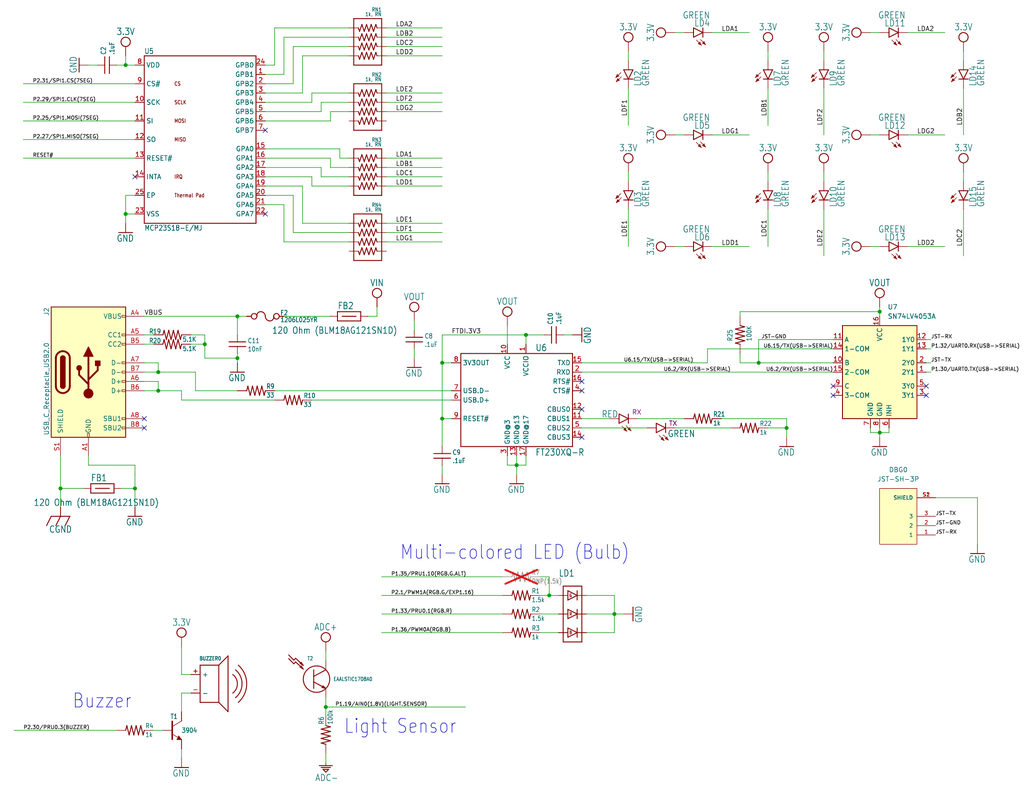
<source format=kicad_sch>
(kicad_sch (version 20250114) (generator "eeschema") (generator_version "9.0")
  (paper "A")
  (title_block (title "PocketBeagle TechLab") (rev "A5") (company "BeagleBoard.org Foundation"))
  (text "Multi-colored LED (Bulb)" (at 140.462 153.162 0) (effects (font (size 3.81 3.2385)) (justify bottom)))
  (text "Buzzer" (at 36.068 191.516 0) (effects (font (size 3.81 3.2385)) (justify right)))
  (text "Light Sensor" (at 109.22 200.66 0) (effects (font (size 3.81 3.2385)) (justify bottom)))
  (junction (at 43.18 101.6))
  (junction (at 167.64 167.64))
  (junction (at 140.97 127))
  (junction (at 149.86 162.56))
  (junction (at 34.29 17.78))
  (junction (at 55.88 93.98))
  (junction (at 214.63 116.84))
  (junction (at 88.9 193.04))
  (junction (at 120.65 114.3))
  (junction (at 43.18 106.68))
  (junction (at 120.65 99.06))
  (junction (at 240.03 85.09))
  (junction (at 16.51 133.35))
  (junction (at 207.01 99.06))
  (junction (at 34.29 58.42))
  (junction (at 64.77 86.36))
  (junction (at 240.03 118.11))
  (junction (at 143.51 91.44))
  (junction (at 36.83 133.35))
  (junction (at 64.77 97.79))
  (no_connect (at 36.83 48.26))
  (no_connect (at 72.39 58.42))
  (no_connect (at 252.73 105.41))
  (no_connect (at 39.37 114.3))
  (no_connect (at 72.39 35.56))
  (no_connect (at 39.37 116.84))
  (no_connect (at 158.75 106.68))
  (no_connect (at 252.73 107.95))
  (no_connect (at 227.33 107.95))
  (no_connect (at 158.75 111.76))
  (no_connect (at 227.33 105.41))
  (no_connect (at 158.75 119.38))
  (no_connect (at 158.75 104.14))
  (wire (pts (xy 262.89 13.97) (xy 262.89 16.51)) (stroke (width 0.1524)))
  (wire (pts (xy 88.9 193.04) (xy 88.9 195.58)) (stroke (width 0.1524)))
  (wire (pts (xy 22.86 133.35) (xy 16.51 133.35)))
  (wire (pts (xy 85.09 25.4) (xy 95.25 25.4)) (stroke (width 0.1524)))
  (wire (pts (xy 16.51 124.46) (xy 16.51 133.35)))
  (wire (pts (xy 72.39 33.02) (xy 90.17 33.02)) (stroke (width 0.1524)))
  (wire (pts (xy 85.09 50.8) (xy 95.25 50.8)) (stroke (width 0.1524)))
  (wire (pts (xy 90.17 43.18) (xy 90.17 45.72)) (stroke (width 0.1524)))
  (wire (pts (xy 105.41 63.5) (xy 120.65 63.5)) (stroke (width 0.1524)))
  (wire (pts (xy 105.41 30.48) (xy 120.65 30.48)) (stroke (width 0.1524)))
  (wire (pts (xy 72.39 20.32) (xy 77.47 20.32)) (stroke (width 0.1524)))
  (wire (pts (xy 34.29 15.24) (xy 34.29 17.78)) (stroke (width 0.1524)))
  (wire (pts (xy 171.45 46.99) (xy 171.45 49.53)) (stroke (width 0.1524)))
  (wire (pts (xy 209.55 67.31) (xy 209.55 57.15)) (stroke (width 0.1524)))
  (wire (pts (xy 41.91 91.44) (xy 39.37 91.44)))
  (wire (pts (xy 105.41 27.94) (xy 120.65 27.94)) (stroke (width 0.1524)))
  (wire (pts (xy 262.89 36.83) (xy 262.89 24.13)) (stroke (width 0.1524)))
  (wire (pts (xy 201.93 85.09) (xy 240.03 85.09)))
  (wire (pts (xy 140.97 127) (xy 138.43 127)) (stroke (width 0.1524)))
  (wire (pts (xy 167.64 162.56) (xy 160.02 162.56)) (stroke (width 0.1524)))
  (wire (pts (xy 72.39 43.18) (xy 90.17 43.18)) (stroke (width 0.1524)))
  (wire (pts (xy 147.32 172.72) (xy 152.4 172.72)) (stroke (width 0.1524)))
  (wire (pts (xy 36.83 127) (xy 36.83 129.54)))
  (wire (pts (xy 39.37 86.36) (xy 64.77 86.36)))
  (wire (pts (xy 143.51 91.44) (xy 148.59 91.44)) (stroke (width 0.1524)))
  (wire (pts (xy 72.39 30.48) (xy 87.63 30.48)) (stroke (width 0.1524)))
  (wire (pts (xy 3.81 199.39) (xy 31.75 199.39)) (stroke (width 0.1524)))
  (wire (pts (xy 147.32 162.56) (xy 149.86 162.56)) (stroke (width 0.1524)))
  (wire (pts (xy 92.71 43.18) (xy 95.25 43.18)) (stroke (width 0.1524)))
  (wire (pts (xy 53.34 106.68) (xy 64.77 106.68)) (stroke (width 0.1524)))
  (wire (pts (xy 140.97 129.54) (xy 140.97 127)) (stroke (width 0.1524)))
  (wire (pts (xy 143.51 124.46) (xy 143.51 127)) (stroke (width 0.1524)))
  (wire (pts (xy 72.39 22.86) (xy 80.01 22.86)) (stroke (width 0.1524)))
  (wire (pts (xy 34.29 17.78) (xy 36.83 17.78)) (stroke (width 0.1524)))
  (wire (pts (xy 160.02 167.64) (xy 167.64 167.64)) (stroke (width 0.1524)))
  (wire (pts (xy 120.65 91.44) (xy 143.51 91.44)) (stroke (width 0.1524)))
  (wire (pts (xy 82.55 60.96) (xy 95.25 60.96)) (stroke (width 0.1524)))
  (wire (pts (xy 90.17 30.48) (xy 95.25 30.48)) (stroke (width 0.1524)))
  (wire (pts (xy 49.53 106.68) (xy 43.18 106.68)) (stroke (width 0.1524)))
  (wire (pts (xy 196.85 114.3) (xy 214.63 114.3)) (stroke (width 0.1524)))
  (wire (pts (xy 55.88 97.79) (xy 64.77 97.79)))
  (wire (pts (xy 167.64 167.64) (xy 170.18 167.64)) (stroke (width 0.1524)))
  (wire (pts (xy 49.53 176.53) (xy 49.53 184.15)) (stroke (width 0.1524)))
  (wire (pts (xy 72.39 50.8) (xy 82.55 50.8)) (stroke (width 0.1524)))
  (wire (pts (xy 105.41 10.16) (xy 120.65 10.16)) (stroke (width 0.1524)))
  (wire (pts (xy 254 101.6) (xy 252.73 101.6)))
  (wire (pts (xy 72.39 27.94) (xy 85.09 27.94)) (stroke (width 0.1524)))
  (wire (pts (xy 82.55 15.24) (xy 95.25 15.24)) (stroke (width 0.1524)))
  (wire (pts (xy 72.39 40.64) (xy 92.71 40.64)) (stroke (width 0.1524)))
  (wire (pts (xy 85.09 48.26) (xy 85.09 50.8)) (stroke (width 0.1524)))
  (wire (pts (xy 137.16 167.64) (xy 104.14 167.64)) (stroke (width 0.1524)))
  (wire (pts (xy 184.15 8.89) (xy 186.69 8.89)) (stroke (width 0.1524)))
  (wire (pts (xy 123.19 99.06) (xy 120.65 99.06)) (stroke (width 0.1524)))
  (wire (pts (xy 171.45 67.31) (xy 171.45 57.15)) (stroke (width 0.1524)))
  (wire (pts (xy 77.47 66.04) (xy 95.25 66.04)) (stroke (width 0.1524)))
  (wire (pts (xy 171.45 13.97) (xy 171.45 16.51)) (stroke (width 0.1524)))
  (wire (pts (xy 105.41 12.7) (xy 120.65 12.7)) (stroke (width 0.1524)))
  (wire (pts (xy 82.55 50.8) (xy 82.55 60.96)) (stroke (width 0.1524)))
  (wire (pts (xy 138.43 93.98) (xy 138.43 88.9)) (stroke (width 0.1524)))
  (wire (pts (xy 255.27 135.89) (xy 266.7 135.89)))
  (wire (pts (xy 214.63 114.3) (xy 214.63 116.84)) (stroke (width 0.1524)))
  (wire (pts (xy 55.88 93.98) (xy 55.88 97.79)))
  (wire (pts (xy 158.75 116.84) (xy 176.53 116.84)) (stroke (width 0.1524)))
  (wire (pts (xy 52.07 93.98) (xy 55.88 93.98)))
  (wire (pts (xy 6.35 43.18) (xy 36.83 43.18)) (stroke (width 0.1524)))
  (wire (pts (xy 193.04 95.25) (xy 193.04 99.06)))
  (wire (pts (xy 149.86 162.56) (xy 152.4 162.56)) (stroke (width 0.1524)))
  (wire (pts (xy 123.19 109.22) (xy 85.09 109.22)) (stroke (width 0.1524)))
  (wire (pts (xy 36.83 38.1) (xy 6.35 38.1)) (stroke (width 0.1524)))
  (wire (pts (xy 24.13 127) (xy 36.83 127)))
  (wire (pts (xy 34.29 53.34) (xy 34.29 58.42)) (stroke (width 0.1524)))
  (wire (pts (xy 36.83 33.02) (xy 6.35 33.02)) (stroke (width 0.1524)))
  (wire (pts (xy 120.65 114.3) (xy 120.65 121.92)) (stroke (width 0.1524)))
  (wire (pts (xy 240.03 118.11) (xy 240.03 116.84)))
  (wire (pts (xy 247.65 67.31) (xy 257.81 67.31)) (stroke (width 0.1524)))
  (wire (pts (xy 55.88 91.44) (xy 55.88 93.98)))
  (wire (pts (xy 87.63 30.48) (xy 87.63 27.94)) (stroke (width 0.1524)))
  (wire (pts (xy 156.21 91.44) (xy 153.67 91.44)) (stroke (width 0.1524)))
  (wire (pts (xy 120.65 127) (xy 120.65 129.54)) (stroke (width 0.1524)))
  (wire (pts (xy 64.77 86.36) (xy 67.31 86.36)))
  (wire (pts (xy 43.18 106.68) (xy 43.18 104.14)))
  (wire (pts (xy 158.75 99.06) (xy 189.23 99.06)) (stroke (width 0.1524)))
  (wire (pts (xy 214.63 116.84) (xy 214.63 119.38)) (stroke (width 0.1524)))
  (wire (pts (xy 49.53 207.01) (xy 49.53 204.47)) (stroke (width 0.1524)))
  (wire (pts (xy 82.55 25.4) (xy 82.55 15.24)) (stroke (width 0.1524)))
  (wire (pts (xy 105.41 45.72) (xy 120.65 45.72)) (stroke (width 0.1524)))
  (wire (pts (xy 77.47 55.88) (xy 77.47 66.04)) (stroke (width 0.1524)))
  (wire (pts (xy 102.87 83.82) (xy 102.87 86.36)) (stroke (width 0.1524)))
  (wire (pts (xy 49.53 109.22) (xy 74.93 109.22)) (stroke (width 0.1524)))
  (wire (pts (xy 247.65 8.89) (xy 257.81 8.89)) (stroke (width 0.1524)))
  (wire (pts (xy 105.41 60.96) (xy 120.65 60.96)) (stroke (width 0.1524)))
  (wire (pts (xy 49.53 109.22) (xy 49.53 106.68)) (stroke (width 0.1524)))
  (wire (pts (xy 247.65 36.83) (xy 257.81 36.83)) (stroke (width 0.1524)))
  (wire (pts (xy 64.77 97.79) (xy 64.77 96.52)) (stroke (width 0.1524)))
  (wire (pts (xy 113.03 90.17) (xy 113.03 87.63)) (stroke (width 0.1524)))
  (wire (pts (xy 209.55 46.99) (xy 209.55 49.53)) (stroke (width 0.1524)))
  (wire (pts (xy 36.83 27.94) (xy 6.35 27.94)) (stroke (width 0.1524)))
  (wire (pts (xy 184.15 67.31) (xy 186.69 67.31)) (stroke (width 0.1524)))
  (wire (pts (xy 254 95.25) (xy 252.73 95.25)))
  (wire (pts (xy 102.87 86.36) (xy 100.33 86.36)) (stroke (width 0.1524)))
  (wire (pts (xy 77.47 20.32) (xy 77.47 10.16)) (stroke (width 0.1524)))
  (wire (pts (xy 201.93 85.09) (xy 201.93 86.36)))
  (wire (pts (xy 39.37 104.14) (xy 43.18 104.14)))
  (wire (pts (xy 24.13 17.78) (xy 26.67 17.78)) (stroke (width 0.1524)))
  (wire (pts (xy 72.39 25.4) (xy 82.55 25.4)) (stroke (width 0.1524)))
  (wire (pts (xy 49.53 184.15) (xy 52.07 184.15)) (stroke (width 0.1524)))
  (wire (pts (xy 237.49 118.11) (xy 240.03 118.11)))
  (wire (pts (xy 207.01 92.71) (xy 207.01 99.06)))
  (wire (pts (xy 43.18 99.06) (xy 43.18 101.6)))
  (wire (pts (xy 87.63 27.94) (xy 95.25 27.94)) (stroke (width 0.1524)))
  (wire (pts (xy 237.49 116.84) (xy 237.49 118.11)))
  (wire (pts (xy 72.39 48.26) (xy 85.09 48.26)) (stroke (width 0.1524)))
  (wire (pts (xy 262.89 69.85) (xy 262.89 57.15)) (stroke (width 0.1524)))
  (wire (pts (xy 193.04 95.25) (xy 227.33 95.25)))
  (wire (pts (xy 53.34 106.68) (xy 53.34 101.6)) (stroke (width 0.1524)))
  (wire (pts (xy 39.37 101.6) (xy 43.18 101.6)))
  (wire (pts (xy 224.79 46.99) (xy 224.79 49.53)) (stroke (width 0.1524)))
  (wire (pts (xy 224.79 69.85) (xy 224.79 57.15)) (stroke (width 0.1524)))
  (wire (pts (xy 184.15 116.84) (xy 199.39 116.84)) (stroke (width 0.1524)))
  (wire (pts (xy 137.16 157.48) (xy 104.14 157.48)) (stroke (width 0.1524)))
  (wire (pts (xy 105.41 43.18) (xy 120.65 43.18)) (stroke (width 0.1524)))
  (wire (pts (xy 137.16 162.56) (xy 104.14 162.56)) (stroke (width 0.1524)))
  (wire (pts (xy 147.32 167.64) (xy 152.4 167.64)) (stroke (width 0.1524)))
  (wire (pts (xy 105.41 25.4) (xy 120.65 25.4)) (stroke (width 0.1524)))
  (wire (pts (xy 77.47 10.16) (xy 95.25 10.16)) (stroke (width 0.1524)))
  (wire (pts (xy 72.39 53.34) (xy 80.01 53.34)) (stroke (width 0.1524)))
  (wire (pts (xy 72.39 55.88) (xy 77.47 55.88)) (stroke (width 0.1524)))
  (wire (pts (xy 36.83 133.35) (xy 36.83 129.54)) (stroke (width 0.1524)))
  (wire (pts (xy 254 92.71) (xy 252.73 92.71)))
  (wire (pts (xy 194.31 67.31) (xy 204.47 67.31)) (stroke (width 0.1524)))
  (wire (pts (xy 80.01 22.86) (xy 80.01 12.7)) (stroke (width 0.1524)))
  (wire (pts (xy 143.51 91.44) (xy 143.51 93.98)) (stroke (width 0.1524)))
  (wire (pts (xy 90.17 45.72) (xy 95.25 45.72)) (stroke (width 0.1524)))
  (wire (pts (xy 207.01 92.71) (xy 227.33 92.71)))
  (wire (pts (xy 72.39 45.72) (xy 87.63 45.72)) (stroke (width 0.1524)))
  (wire (pts (xy 74.93 106.68) (xy 123.19 106.68)) (stroke (width 0.1524)))
  (wire (pts (xy 147.32 157.48) (xy 149.86 157.48)) (stroke (width 0.1524)))
  (wire (pts (xy 237.49 8.89) (xy 240.03 8.89)) (stroke (width 0.1524)))
  (wire (pts (xy 242.57 116.84) (xy 242.57 118.11)))
  (wire (pts (xy 167.64 172.72) (xy 167.64 167.64)) (stroke (width 0.1524)))
  (wire (pts (xy 74.93 7.62) (xy 95.25 7.62)) (stroke (width 0.1524)))
  (wire (pts (xy 39.37 106.68) (xy 43.18 106.68)))
  (wire (pts (xy 149.86 157.48) (xy 149.86 162.56)) (stroke (width 0.1524)))
  (wire (pts (xy 262.89 46.99) (xy 262.89 49.53)) (stroke (width 0.1524)))
  (wire (pts (xy 167.64 172.72) (xy 160.02 172.72)) (stroke (width 0.1524)))
  (wire (pts (xy 171.45 34.29) (xy 171.45 24.13)) (stroke (width 0.1524)))
  (wire (pts (xy 105.41 50.8) (xy 120.65 50.8)) (stroke (width 0.1524)))
  (wire (pts (xy 113.03 97.79) (xy 113.03 95.25)) (stroke (width 0.1524)))
  (wire (pts (xy 123.19 114.3) (xy 120.65 114.3)) (stroke (width 0.1524)))
  (wire (pts (xy 209.55 116.84) (xy 214.63 116.84)) (stroke (width 0.1524)))
  (wire (pts (xy 92.71 40.64) (xy 92.71 43.18)) (stroke (width 0.1524)))
  (wire (pts (xy 90.17 33.02) (xy 90.17 30.48)) (stroke (width 0.1524)))
  (wire (pts (xy 209.55 34.29) (xy 209.55 24.13)) (stroke (width 0.1524)))
  (wire (pts (xy 120.65 99.06) (xy 120.65 91.44)) (stroke (width 0.1524)))
  (wire (pts (xy 240.03 119.38) (xy 240.03 118.11)))
  (wire (pts (xy 194.31 8.89) (xy 204.47 8.89)) (stroke (width 0.1524)))
  (wire (pts (xy 138.43 124.46) (xy 138.43 127)) (stroke (width 0.1524)))
  (wire (pts (xy 87.63 45.72) (xy 87.63 48.26)) (stroke (width 0.1524)))
  (wire (pts (xy 105.41 7.62) (xy 120.65 7.62)) (stroke (width 0.1524)))
  (wire (pts (xy 31.75 17.78) (xy 34.29 17.78)) (stroke (width 0.1524)))
  (wire (pts (xy 254 99.06) (xy 252.73 99.06)))
  (wire (pts (xy 240.03 85.09) (xy 240.03 86.36)))
  (wire (pts (xy 34.29 58.42) (xy 34.29 60.96)) (stroke (width 0.1524)))
  (wire (pts (xy 88.9 193.04) (xy 127 193.04)) (stroke (width 0.1524)))
  (wire (pts (xy 36.83 22.86) (xy 6.35 22.86)) (stroke (width 0.1524)))
  (wire (pts (xy 64.77 99.06) (xy 64.77 97.79)) (stroke (width 0.1524)))
  (wire (pts (xy 33.02 133.35) (xy 36.83 133.35)) (stroke (width 0.1524)))
  (wire (pts (xy 80.01 53.34) (xy 80.01 63.5)) (stroke (width 0.1524)))
  (wire (pts (xy 193.04 99.06) (xy 189.23 99.06)))
  (wire (pts (xy 194.31 36.83) (xy 204.47 36.83)) (stroke (width 0.1524)))
  (wire (pts (xy 16.51 133.35) (xy 16.51 138.43)))
  (wire (pts (xy 167.64 162.56) (xy 167.64 167.64)) (stroke (width 0.1524)))
  (wire (pts (xy 36.83 58.42) (xy 34.29 58.42)) (stroke (width 0.1524)))
  (wire (pts (xy 158.75 114.3) (xy 166.37 114.3)) (stroke (width 0.1524)))
  (wire (pts (xy 24.13 127) (xy 24.13 124.46)))
  (wire (pts (xy 237.49 36.83) (xy 240.03 36.83)) (stroke (width 0.1524)))
  (wire (pts (xy 237.49 67.31) (xy 240.03 67.31)) (stroke (width 0.1524)))
  (wire (pts (xy 240.03 83.82) (xy 240.03 85.09)))
  (wire (pts (xy 224.79 36.83) (xy 224.79 24.13)) (stroke (width 0.1524)))
  (wire (pts (xy 36.83 53.34) (xy 34.29 53.34)) (stroke (width 0.1524)))
  (wire (pts (xy 52.07 91.44) (xy 55.88 91.44)))
  (wire (pts (xy 143.51 127) (xy 140.97 127)) (stroke (width 0.1524)))
  (wire (pts (xy 80.01 63.5) (xy 95.25 63.5)) (stroke (width 0.1524)))
  (wire (pts (xy 120.65 99.06) (xy 120.65 114.3)) (stroke (width 0.1524)))
  (wire (pts (xy 224.79 13.97) (xy 224.79 16.51)) (stroke (width 0.1524)))
  (wire (pts (xy 266.7 135.89) (xy 266.7 148.59)))
  (wire (pts (xy 36.83 133.35) (xy 36.83 138.43)) (stroke (width 0.1524)))
  (wire (pts (xy 201.93 96.52) (xy 201.93 99.06)))
  (wire (pts (xy 158.75 101.6) (xy 227.33 101.6)))
  (wire (pts (xy 77.47 86.36) (xy 90.17 86.36)) (stroke (width 0.1524)))
  (wire (pts (xy 209.55 13.97) (xy 209.55 16.51)) (stroke (width 0.1524)))
  (wire (pts (xy 227.33 99.06) (xy 207.01 99.06)))
  (wire (pts (xy 105.41 66.04) (xy 120.65 66.04)) (stroke (width 0.1524)))
  (wire (pts (xy 53.34 101.6) (xy 43.18 101.6)) (stroke (width 0.1524)))
  (wire (pts (xy 41.91 199.39) (xy 44.45 199.39)) (stroke (width 0.1524)))
  (wire (pts (xy 140.97 124.46) (xy 140.97 127)) (stroke (width 0.1524)))
  (wire (pts (xy 49.53 194.31) (xy 49.53 189.23)) (stroke (width 0.1524)))
  (wire (pts (xy 88.9 193.04) (xy 88.9 190.5)) (stroke (width 0.1524)))
  (wire (pts (xy 39.37 99.06) (xy 43.18 99.06)))
  (wire (pts (xy 105.41 15.24) (xy 120.65 15.24)) (stroke (width 0.1524)))
  (wire (pts (xy 85.09 27.94) (xy 85.09 25.4)) (stroke (width 0.1524)))
  (wire (pts (xy 74.93 17.78) (xy 74.93 7.62)) (stroke (width 0.1524)))
  (wire (pts (xy 242.57 118.11) (xy 240.03 118.11)))
  (wire (pts (xy 88.9 177.8) (xy 88.9 180.34)) (stroke (width 0.1524)))
  (wire (pts (xy 72.39 17.78) (xy 74.93 17.78)) (stroke (width 0.1524)))
  (wire (pts (xy 173.99 114.3) (xy 186.69 114.3)) (stroke (width 0.1524)))
  (wire (pts (xy 104.14 172.72) (xy 137.16 172.72)) (stroke (width 0.1524)))
  (wire (pts (xy 201.93 99.06) (xy 207.01 99.06)))
  (wire (pts (xy 49.53 189.23) (xy 52.07 189.23)) (stroke (width 0.1524)))
  (wire (pts (xy 88.9 208.28) (xy 88.9 205.74)) (stroke (width 0.1524)))
  (wire (pts (xy 87.63 48.26) (xy 95.25 48.26)) (stroke (width 0.1524)))
  (wire (pts (xy 184.15 36.83) (xy 186.69 36.83)) (stroke (width 0.1524)))
  (wire (pts (xy 105.41 48.26) (xy 120.65 48.26)) (stroke (width 0.1524)))
  (wire (pts (xy 41.91 93.98) (xy 39.37 93.98)))
  (wire (pts (xy 80.01 12.7) (xy 95.25 12.7)) (stroke (width 0.1524)))
  (wire (pts (xy 64.77 91.44) (xy 64.77 86.36)) (stroke (width 0.1524)))
  (label "P1.30/UART0.TX(USB->SERIAL)" (at 254 101.6 0) (effects (font (size 0.9957 0.9957))))
  (label "LDC2" (at 262.89 67.31 90) (effects (font (size 1.2446 1.2446))))
  (label "LDF1" (at 107.95 63.5 0) (effects (font (size 1.2446 1.2446))))
  (label "LDC1" (at 107.95 48.26 0) (effects (font (size 1.2446 1.2446))))
  (label "JST-TX" (at 255.27 140.97 0) (effects (font (size 0.9957 0.9957))))
  (label "LDF2" (at 224.79 34.29 90) (effects (font (size 1.2446 1.2446))))
  (label "P2.29/SPI1.CLK(7SEG)" (at 8.89 27.94 0) (effects (font (size 0.9957 0.9957))))
  (label "LDA1" (at 107.95 43.18 0) (effects (font (size 1.2446 1.2446))))
  (label "JST-RX" (at 254 92.71 0) (effects (font (size 0.9957 0.9957))))
  (label "U6.2/RX(USB->SERIAL)" (at 227.33 101.6 180) (effects (font (size 0.9957 0.9957))))
  (label "LDC1" (at 209.55 64.77 90) (effects (font (size 1.2446 1.2446))))
  (label "P2.25/SPI1.MOSI(7SEG)" (at 8.89 33.02 0) (effects (font (size 0.9957 0.9957))))
  (label "LDD1" (at 107.95 50.8 0) (effects (font (size 1.2446 1.2446))))
  (label "LDA2" (at 250.19 8.89 0) (effects (font (size 1.2446 1.2446))))
  (label "LDF1" (at 171.45 31.75 90) (effects (font (size 1.2446 1.2446))))
  (label "LDD1" (at 196.85 67.31 0) (effects (font (size 1.2446 1.2446))))
  (label "U6.15/TX(USB->SERIAL)" (at 189.23 99.06 180) (effects (font (size 0.9957 0.9957))))
  (label "LDC2" (at 107.95 12.7 0) (effects (font (size 1.2446 1.2446))))
  (label "LDG2" (at 107.95 30.48 0) (effects (font (size 1.2446 1.2446))))
  (label "FTDI.3V3" (at 123.19 91.44 0) (effects (font (size 1.2446 1.2446))))
  (label "P1.36/PWM0A(RGB.B)" (at 106.68 172.72 0) (effects (font (size 0.9957 0.9957))))
  (label "LDE2" (at 107.95 25.4 0) (effects (font (size 1.2446 1.2446))))
  (label "P1.32/UART0.RX(USB->SERIAL)" (at 254 95.25 0) (effects (font (size 0.9957 0.9957))))
  (label "LDE2" (at 224.79 67.31 90) (effects (font (size 1.2446 1.2446))))
  (label "P2.31/SPI1.CS(7SEG)" (at 8.89 22.86 0) (effects (font (size 0.9957 0.9957))))
  (label "P1.35/PRU1.10(RGB.G.ALT)" (at 106.68 157.48 0) (effects (font (size 0.9957 0.9957))))
  (label "JST-GND" (at 255.27 143.51 0) (effects (font (size 0.9957 0.9957))))
  (label "LDG1" (at 107.95 66.04 0) (effects (font (size 1.2446 1.2446))))
  (label "LDD2" (at 107.95 15.24 0) (effects (font (size 1.2446 1.2446))))
  (label "U6.2/RX(USB->SERIAL)" (at 199.39 101.6 180) (effects (font (size 0.9957 0.9957))))
  (label "LDE1" (at 107.95 60.96 0) (effects (font (size 1.2446 1.2446))))
  (label "RESET#" (at 8.89 43.18 0) (effects (font (size 0.9957 0.9957))))
  (label "P2.27/SPI1.MISO(7SEG)" (at 8.89 38.1 0) (effects (font (size 0.9957 0.9957))))
  (label "LDB1" (at 209.55 31.75 90) (effects (font (size 1.2446 1.2446))))
  (label "LDD2" (at 250.19 67.31 0) (effects (font (size 1.2446 1.2446))))
  (label "U6.15/TX(USB->SERIAL)" (at 227.33 95.25 180) (effects (font (size 0.9957 0.9957))))
  (label "P2.30/PRU0.3(BUZZER)" (at 6.35 199.39 0) (effects (font (size 0.9957 0.9957))))
  (label "P1.19/AIN0(1.8V)(LIGHT.SENSOR)" (at 91.44 193.04 0) (effects (font (size 0.9957 0.9957))))
  (label "LDA2" (at 107.95 7.62 0) (effects (font (size 1.2446 1.2446))))
  (label "LDE1" (at 171.45 64.77 90) (effects (font (size 1.2446 1.2446))))
  (label "JST-TX" (at 254 99.06 0) (effects (font (size 0.9957 0.9957))))
  (label "LDG2" (at 250.19 36.83 0) (effects (font (size 1.2446 1.2446))))
  (label "P1.33/PRU0.1(RGB.R)" (at 106.68 167.64 0) (effects (font (size 0.9957 0.9957))))
  (label "P2.1/PWM1A(RGB.G/EXP1.16)" (at 106.68 162.56 0) (effects (font (size 0.9957 0.9957))))
  (label "VBUS" (at 39.37 86.36 0) (effects (font (size 1.2446 1.2446))))
  (label "LDB1" (at 107.95 45.72 0) (effects (font (size 1.2446 1.2446))))
  (label "JST-RX" (at 255.27 146.05 0) (effects (font (size 0.9957 0.9957))))
  (label "LDA1" (at 196.85 8.89 0) (effects (font (size 1.2446 1.2446))))
  (label "LDF2" (at 107.95 27.94 0) (effects (font (size 1.2446 1.2446))))
  (label "LDB2" (at 107.95 10.16 0) (effects (font (size 1.2446 1.2446))))
  (label "LDG1" (at 196.85 36.83 0) (effects (font (size 1.2446 1.2446))))
  (label "JST-GND" (at 214.63 92.71 180) (effects (font (size 0.9957 0.9957))))
  (label "LDB2" (at 262.89 34.29 90) (effects (font (size 1.2446 1.2446))))
  (symbol (lib_id "TechLab-eagle-import:CAPACITOR-(INCH)-0402") (at 113.03 92.71 0) (unit 1)
    (property "Reference" "C8" (at 115.824 92.456 0) (effects (font (size 1.27 1.0795)) (justify left bottom)))
    (property "Value" ".1uF" (at 115.824 94.742 0) (effects (font (size 1.27 1.0795)) (justify left bottom)))
    (property "Footprint" "TechLab:0402" (effects (hide yes)))
    (property "MANUFACTURER" "TDK" (effects (hide yes)))
    (property "MPN" "C1005X7R1H104K050BB" (effects (hide yes)))
  )
  (symbol (lib_id "TechLab-eagle-import:RESISTOR.NETWORK-(4)") (at 100.33 30.48 0) (mirror y) (unit 1)
    (property "Reference" "RN2" (at 104.14 20.955 0) (effects (font (size 1.016 0.8636)) (justify left bottom)))
    (property "Value" "1k, RN" (at 104.14 22.225 0) (effects (font (size 1.016 0.8636)) (justify left bottom)))
    (property "Footprint" "TechLab:RN0804" (effects (hide yes)))
    (property "MANUFACTURER" "Bourns" (effects (hide yes)))
    (property "MPN" "CAY10-102J4LF" (effects (hide yes)))
  )
  (symbol (lib_id "TechLab-eagle-import:RESISTOR-(INCH)-0402") (at 36.83 199.39 0) (unit 1)
    (property "Reference" "R4" (at 39.624 198.882 0) (effects (font (size 1.27 1.0795)) (justify left bottom)))
    (property "Value" "1k" (at 39.624 199.898 0) (effects (font (size 1.27 1.0795)) (justify left top)))
    (property "Footprint" "TechLab:0402" (effects (hide yes)))
    (property "MANUFACTURER" "TE Connectivity" (effects (hide yes)))
    (property "MPN" "1-1622826-8" (effects (hide yes)))
  )
  (symbol (lib_id "Upside Down Labs:SN74LV4053A") (at 240.03 101.6 0) (unit 1)
    (property "Reference" "U7" (at 242.1733 83.82 0) (effects (justify left)))
    (property "Value" "SN74LV4053A" (at 242.1733 86.36 0) (effects (justify left)))
    (property "Footprint" "Upside Down Labs:SOT-23-THN-16" (effects (hide yes)))
    (property "MANUFACTURER" "Texas Instruments" (effects (hide yes)))
    (property "MPN" "SN74LV4053ADYYR" (effects (hide yes)))
  )
  (symbol (lib_id "TechLab-eagle-import:LED-(INCH)-0805") (at 242.57 8.89 90) (unit 1)
    (property "Reference" "LD11" (at 247.142 5.334 90) (effects (font (size 1.778 1.5113)) (justify left bottom)))
    (property "Value" "GREEN" (at 247.142 3.175 90) (effects (font (size 1.778 1.5113)) (justify left bottom)))
    (property "Footprint" "TechLab:0805-LED" (effects (hide yes)))
    (property "MANUFACTURER" "Lumex" (effects (hide yes)))
    (property "MPN" "SML-LXT0805GW-TR" (effects (hide yes)))
  )
  (symbol (lib_id "TechLab-eagle-import:LED-(INCH)-0805") (at 168.91 114.3 90) (unit 1)
    (property "Reference" "RX0" (effects (hide yes)))
    (property "Value" "RED" (at 164.084 114.046 90) (effects (font (size 1.778 1.5113)) (justify right top)))
    (property "Footprint" "TechLab:0805-LED" (effects (hide yes)))
    (property "Description" "RX" (at 173.736 112.522 90))
    (property "MANUFACTURER" "Dialight" (effects (hide yes)))
    (property "MPN" "598-8110-107F" (effects (hide yes)))
  )
  (symbol (lib_id "TechLab-eagle-import:CAPACITOR-(INCH)-0402") (at 120.65 124.46 0) (unit 1)
    (property "Reference" "C9" (at 123.444 124.206 0) (effects (font (size 1.27 1.0795)) (justify left bottom)))
    (property "Value" ".1uF" (at 123.444 126.492 0) (effects (font (size 1.27 1.0795)) (justify left bottom)))
    (property "Footprint" "TechLab:0402" (effects (hide yes)))
    (property "MANUFACTURER" "TDK" (effects (hide yes)))
    (property "MPN" "C1005X7R1H104K050BB" (effects (hide yes)))
  )
  (symbol (lib_id "TechLab-eagle-import:GND") (at 214.63 121.92 0) (unit 1)
    (property "Reference" "#GND30" (effects (hide yes)))
    (property "Value" "GND" (at 212.09 124.46 0) (effects (font (size 1.778 1.5113)) (justify left bottom)))
  )
  (symbol (lib_id "Connector:USB_C_Receptacle_USB2.0") (at 24.13 101.6 0) (unit 1)
    (property "Reference" "J2" (at 12.7 85.09 90))
    (property "Value" "USB_C_Receptacle_USB2.0" (at 12.7 106.172 90))
    (property "Footprint" "Connector_USB:USB_C_Receptacle_GCT_USB4105-xx-A_16P_TopMnt_Horizontal" (effects (hide yes)))
    (property "Datasheet" "https://www.usb.org/sites/default/files/documents/usb_type-c.zip" (effects (hide yes)))
    (property "MANUFACTURER" "GCT" (effects (hide yes)))
    (property "MPN" "USB4105-GF-A" (effects (hide yes)))
  )
  (symbol (lib_id "TechLab-eagle-import:LED-(INCH)-0805") (at 171.45 52.07 0) (unit 1)
    (property "Reference" "LD3" (at 175.006 56.642 90) (effects (font (size 1.778 1.5113)) (justify left bottom)))
    (property "Value" "GREEN" (at 177.165 56.642 90) (effects (font (size 1.778 1.5113)) (justify left bottom)))
    (property "Footprint" "TechLab:0805-LED" (effects (hide yes)))
    (property "MANUFACTURER" "Lumex" (effects (hide yes)))
    (property "MPN" "SML-LXT0805GW-TR" (effects (hide yes)))
  )
  (symbol (lib_id "TechLab-eagle-import:GND") (at 21.59 17.78 270) (unit 1)
    (property "Reference" "#GND7" (effects (hide yes)))
    (property "Value" "GND" (at 19.05 15.24 0) (effects (font (size 1.778 1.5113)) (justify left bottom)))
  )
  (symbol (lib_id "TechLab-eagle-import:RESISTOR.NETWORK-(4)") (at 100.33 12.7 0) (mirror y) (unit 1)
    (property "Reference" "RN1" (at 104.14 3.175 0) (effects (font (size 1.016 0.8636)) (justify left bottom)))
    (property "Value" "1k, RN" (at 104.14 4.445 0) (effects (font (size 1.016 0.8636)) (justify left bottom)))
    (property "Footprint" "TechLab:RN0804" (effects (hide yes)))
    (property "MANUFACTURER" "Bourns" (effects (hide yes)))
    (property "MPN" "CAY10-102J4LF" (effects (hide yes)))
  )
  (symbol (lib_id "TechLab-eagle-import:CAPACITOR-(INCH)-0402") (at 29.21 17.78 90) (unit 1)
    (property "Reference" "C2" (at 28.956 14.986 0) (effects (font (size 1.27 1.0795)) (justify left bottom)))
    (property "Value" ".1uF" (at 31.242 14.986 0) (effects (font (size 1.27 1.0795)) (justify left bottom)))
    (property "Footprint" "TechLab:0402" (effects (hide yes)))
    (property "MANUFACTURER" "TDK" (effects (hide yes)))
    (property "MPN" "C1005X7R1H104K050BB" (effects (hide yes)))
  )
  (symbol (lib_id "TechLab-eagle-import:RESISTOR-(INCH)-0402") (at 46.99 93.98 0) (unit 1)
    (property "Reference" "R20" (at 40.64 93.726 0) (effects (font (size 1.27 1.0795)) (justify left bottom)))
    (property "Value" "5.1K" (at 49.784 94.488 0) (effects (font (size 1.27 1.0795)) (justify left top)))
    (property "Footprint" "Upside Down Labs:0402" (effects (hide yes)))
    (property "MPN" "RC0402FR-075K1L" (effects (hide yes)))
    (property "MANUFACTURER" "Yageo" (effects (hide yes)))
  )
  (symbol (lib_id "TechLab-eagle-import:GND") (at 64.77 101.6 0) (unit 1)
    (property "Reference" "#GND23" (effects (hide yes)))
    (property "Value" "GND" (at 62.23 104.14 0) (effects (font (size 1.778 1.5113)) (justify left bottom)))
  )
  (symbol (lib_id "TechLab-eagle-import:RESISTOR-(INCH)-0402") (at 191.77 114.3 0) (unit 1)
    (property "Reference" "R21" (at 194.564 113.792 0) (effects (font (size 1.27 1.0795)) (justify left bottom)))
    (property "Value" "1k" (at 194.564 114.808 0) (effects (font (size 1.27 1.0795)) (justify left top)))
    (property "Footprint" "TechLab:0402" (effects (hide yes)))
    (property "MANUFACTURER" "TE Connectivity" (effects (hide yes)))
    (property "MPN" "1-1622826-8" (effects (hide yes)))
  )
  (symbol (lib_id "TechLab-eagle-import:RESISTOR.NETWORK-(4)") (at 100.33 66.04 0) (mirror y) (unit 1)
    (property "Reference" "RN4" (at 104.14 56.515 0) (effects (font (size 1.016 0.8636)) (justify left bottom)))
    (property "Value" "1k, RN" (at 104.14 57.785 0) (effects (font (size 1.016 0.8636)) (justify left bottom)))
    (property "Footprint" "TechLab:RN0804" (effects (hide yes)))
    (property "MANUFACTURER" "Bourns" (effects (hide yes)))
    (property "MPN" "CAY10-102J4LF" (effects (hide yes)))
  )
  (symbol (lib_id "TechLab-eagle-import:CAPACITOR-(INCH)-0402") (at 151.13 91.44 90) (unit 1)
    (property "Reference" "C10" (at 150.876 88.646 0) (effects (font (size 1.27 1.0795)) (justify left bottom)))
    (property "Value" ".1uF" (at 153.162 88.646 0) (effects (font (size 1.27 1.0795)) (justify left bottom)))
    (property "Footprint" "TechLab:0402" (effects (hide yes)))
    (property "MANUFACTURER" "TDK" (effects (hide yes)))
    (property "MPN" "C1005X7R1H104K050BB" (effects (hide yes)))
  )
  (symbol (lib_id "TechLab-eagle-import:EAALSTIC1708A0") (at 86.36 185.42 0) (unit 1)
    (property "Reference" "T2" (at 83.82 180.34 0) (effects (font (size 1.016 0.8636)) (justify left bottom)))
    (property "Value" "EAALSTIC1708A0" (at 90.932 185.42 0) (effects (font (size 1.016 0.8636)) (justify left)))
    (property "Footprint" "TechLab:EAALSTIC1708A0" (effects (hide yes)))
    (property "MANUFACTURER" "Everlight" (effects (hide yes)))
    (property "MPN" "EAALSTIC1708A0" (effects (hide yes)))
  )
  (symbol (lib_id "TechLab-eagle-import:3.3V") (at 181.61 36.83 90) (unit 1)
    (property "Reference" "#SUPPLY27" (effects (hide yes)))
    (property "Value" "3.3V" (at 177.546 36.83 0) (effects (font (size 1.778 1.5113))))
  )
  (symbol (lib_id "TechLab-eagle-import:GND") (at 240.03 121.92 0) (unit 1)
    (property "Reference" "#GND035" (effects (hide yes)))
    (property "Value" "GND" (at 237.49 124.46 0) (effects (font (size 1.778 1.5113)) (justify left bottom)))
  )
  (symbol (lib_id "TechLab-eagle-import:LED-(INCH)-0805") (at 224.79 19.05 0) (unit 1)
    (property "Reference" "LD9" (at 228.346 23.622 90) (effects (font (size 1.778 1.5113)) (justify left bottom)))
    (property "Value" "GREEN" (at 230.505 23.622 90) (effects (font (size 1.778 1.5113)) (justify left bottom)))
    (property "Footprint" "TechLab:0805-LED" (effects (hide yes)))
    (property "MANUFACTURER" "Lumex" (effects (hide yes)))
    (property "MPN" "SML-LXT0805GW-TR" (effects (hide yes)))
  )
  (symbol (lib_id "TechLab-eagle-import:3.3V") (at 224.79 11.43 0) (unit 1)
    (property "Reference" "#SUPPLY31" (effects (hide yes)))
    (property "Value" "3.3V" (at 224.79 7.366 0) (effects (font (size 1.778 1.5113))))
  )
  (symbol (lib_id "TechLab-eagle-import:LED-(INCH)-0805") (at 209.55 52.07 0) (unit 1)
    (property "Reference" "LD8" (at 213.106 56.642 90) (effects (font (size 1.778 1.5113)) (justify left bottom)))
    (property "Value" "GREEN" (at 215.265 56.642 90) (effects (font (size 1.778 1.5113)) (justify left bottom)))
    (property "Footprint" "TechLab:0805-LED" (effects (hide yes)))
    (property "MANUFACTURER" "Lumex" (effects (hide yes)))
    (property "MPN" "SML-LXT0805GW-TR" (effects (hide yes)))
  )
  (symbol (lib_id "TechLab-eagle-import:MCP23S18") (at 54.61 38.1 0) (unit 1)
    (property "Reference" "U5" (at 39.37 13.97 0) (effects (font (size 1.4224 1.209)) (justify left)))
    (property "Value" "MCP23S18-E/MJ" (at 39.37 62.23 0) (effects (font (size 1.4224 1.209)) (justify left)))
    (property "Footprint" "TechLab:QFN24-MJ-0.5-4X4MM" (effects (hide yes)))
    (property "MANUFACTURER" "Microchip" (effects (hide yes)))
    (property "MPN" "MCP23S18-E/MJ" (effects (hide yes)))
  )
  (symbol (lib_id "TechLab-eagle-import:LED-(INCH)-0805") (at 189.23 36.83 90) (unit 1)
    (property "Reference" "LD5" (at 193.802 33.274 90) (effects (font (size 1.778 1.5113)) (justify left bottom)))
    (property "Value" "GREEN" (at 193.802 31.115 90) (effects (font (size 1.778 1.5113)) (justify left bottom)))
    (property "Footprint" "TechLab:0805-LED" (effects (hide yes)))
    (property "MANUFACTURER" "Lumex" (effects (hide yes)))
    (property "MPN" "SML-LXT0805GW-TR" (effects (hide yes)))
  )
  (symbol (lib_id "TechLab-eagle-import:FB-(INCH)-0603") (at 27.94 133.35 0) (unit 1)
    (property "Reference" "FB1" (at 24.765 131.445 0) (effects (font (size 1.778 1.5113)) (justify left bottom)))
    (property "Value" "120 Ohm (BLM18AG121SN1D)" (at 9.144 138.176 0) (effects (font (size 1.778 1.5113)) (justify left bottom)))
    (property "Footprint" "TechLab:0603" (effects (hide yes)))
    (property "MANUFACTURER" "Murata" (effects (hide yes)))
    (property "MPN" "BLM18AG121SN1D" (effects (hide yes)))
  )
  (symbol (lib_id "TechLab-eagle-import:SMD-140035H") (at 57.15 186.69 0) (unit 1)
    (property "Reference" "BUZZER0" (at 54.356 180.34 0) (effects (font (size 1.016 0.8636)) (justify left bottom)))
    (property "Value" "SMD-140035H" (effects (hide yes)))
    (property "Footprint" "TechLab:SMD-140035H" (effects (hide yes)))
    (property "Description" "11x14 mm four pin square piezo" (effects (hide yes)))
    (property "MANUFACTURER" "Yongyin Elec" (effects (hide yes)))
    (property "MPN" "SMD-140035H-05027" (effects (hide yes)))
  )
  (symbol (lib_id "TechLab-eagle-import:VIN") (at 102.87 81.28 0) (unit 1)
    (property "Reference" "#SUPPLY16" (effects (hide yes)))
    (property "Value" "VIN" (at 102.87 77.216 0) (effects (font (size 1.778 1.5113))))
  )
  (symbol (lib_id "TechLab-eagle-import:ADC+") (at 88.9 175.26 0) (unit 1)
    (property "Reference" "#SUPPLY19" (effects (hide yes)))
    (property "Value" "ADC+" (at 88.9 171.196 0) (effects (font (size 1.778 1.5113))))
  )
  (symbol (lib_id "TechLab-eagle-import:ADC-") (at 88.9 210.82 0) (unit 1)
    (property "Reference" "#SUPPLY22" (effects (hide yes)))
    (property "Value" "ADC-" (at 89.154 212.344 0) (effects (font (size 1.778 1.5113))))
  )
  (symbol (lib_id "TechLab-eagle-import:VOUT") (at 240.03 81.28 0) (unit 1)
    (property "Reference" "#SUPPLY041" (effects (hide yes)))
    (property "Value" "VOUT" (at 240.03 77.216 0) (effects (font (size 1.778 1.5113))))
  )
  (symbol (lib_id "TechLab-eagle-import:RESISTOR-(INCH)-0402") (at 142.24 167.64 0) (unit 1)
    (property "Reference" "R2" (at 145.034 167.132 0) (effects (font (size 1.27 1.0795)) (justify left bottom)))
    (property "Value" "1.5k" (at 145.034 168.148 0) (effects (font (size 1.27 1.0795)) (justify left top)))
    (property "Footprint" "TechLab:0402" (effects (hide yes)))
    (property "MANUFACTURER" "Bourns" (effects (hide yes)))
    (property "MPN" "CR0402-FX-1501GLF" (effects (hide yes)))
  )
  (symbol (lib_id "TechLab-eagle-import:3.3V") (at 34.29 12.7 0) (unit 1)
    (property "Reference" "#SUPPLY6" (effects (hide yes)))
    (property "Value" "3.3V" (at 34.29 8.636 0) (effects (font (size 1.778 1.5113))))
  )
  (symbol (lib_id "TechLab-eagle-import:GND") (at 34.29 63.5 0) (unit 1)
    (property "Reference" "#GND22" (effects (hide yes)))
    (property "Value" "GND" (at 31.75 66.04 0) (effects (font (size 1.778 1.5113)) (justify left bottom)))
  )
  (symbol (lib_id "TechLab-eagle-import:RESISTOR-(INCH)-0402") (at 142.24 162.56 0) (unit 1)
    (property "Reference" "R1" (at 145.034 162.052 0) (effects (font (size 1.27 1.0795)) (justify left bottom)))
    (property "Value" "1.5k" (at 145.034 163.068 0) (effects (font (size 1.27 1.0795)) (justify left top)))
    (property "Footprint" "TechLab:0402" (effects (hide yes)))
    (property "MANUFACTURER" "Bourns" (effects (hide yes)))
    (property "MPN" "CR0402-FX-1501GLF" (effects (hide yes)))
  )
  (symbol (lib_id "TechLab-eagle-import:3.3V") (at 234.95 67.31 90) (unit 1)
    (property "Reference" "#SUPPLY35" (effects (hide yes)))
    (property "Value" "3.3V" (at 230.886 67.31 0) (effects (font (size 1.778 1.5113))))
  )
  (symbol (lib_id "TechLab-eagle-import:RESISTOR-(INCH)-0402") (at 69.85 106.68 0) (unit 1)
    (property "Reference" "R9" (at 72.644 106.172 0) (effects (font (size 1.27 1.0795)) (justify left bottom)))
    (property "Value" "33" (at 72.644 107.188 0) (effects (font (size 1.27 1.0795)) (justify left top)))
    (property "Footprint" "TechLab:0402" (effects (hide yes)))
    (property "MANUFACTURER" "Bourns" (effects (hide yes)))
    (property "MPN" "CR0402-FX-1501GLF" (effects (hide yes)))
  )
  (symbol (lib_id "TechLab-eagle-import:RESISTOR-(INCH)-0402") (at 142.24 172.72 0) (unit 1)
    (property "Reference" "R3" (at 145.034 172.212 0) (effects (font (size 1.27 1.0795)) (justify left bottom)))
    (property "Value" "1k" (at 145.034 173.228 0) (effects (font (size 1.27 1.0795)) (justify left top)))
    (property "Footprint" "TechLab:0402" (effects (hide yes)))
    (property "MANUFACTURER" "TE Connectivity" (effects (hide yes)))
    (property "MPN" "1-1622826-8" (effects (hide yes)))
  )
  (symbol (lib_id "TechLab-eagle-import:GND") (at 172.72 167.64 90) (unit 1)
    (property "Reference" "#GND25" (effects (hide yes)))
    (property "Value" "GND" (at 175.26 170.18 0) (effects (font (size 1.778 1.5113)) (justify left bottom)))
  )
  (symbol (lib_id "TechLab-eagle-import:3.3V") (at 171.45 44.45 0) (unit 1)
    (property "Reference" "#SUPPLY25" (effects (hide yes)))
    (property "Value" "3.3V" (at 171.45 40.386 0) (effects (font (size 1.778 1.5113))))
  )
  (symbol (lib_id "TechLab-eagle-import:RESISTOR-(INCH)-0402") (at 201.93 91.44 90) (unit 1)
    (property "Reference" "R25" (at 199.898 93.218 0) (effects (font (size 1.27 1.0795)) (justify left bottom)))
    (property "Value" "100K" (at 203.708 93.218 0) (effects (font (size 1.27 1.0795)) (justify left top)))
    (property "Footprint" "Upside Down Labs:0402" (effects (hide yes)))
    (property "MPN" "CRG0402F100K" (effects (hide yes)))
    (property "MANUFACTURER" "TE Connectivity" (effects (hide yes)))
  )
  (symbol (lib_id "TechLab-eagle-import:3.3V") (at 49.53 173.99 0) (unit 1)
    (property "Reference" "#SUPPLY40" (effects (hide yes)))
    (property "Value" "3.3V" (at 49.53 169.926 0) (effects (font (size 1.778 1.5113))))
  )
  (symbol (lib_id "TechLab-eagle-import:3.3V") (at 181.61 8.89 90) (unit 1)
    (property "Reference" "#SUPPLY26" (effects (hide yes)))
    (property "Value" "3.3V" (at 177.546 8.89 0) (effects (font (size 1.778 1.5113))))
  )
  (symbol (lib_id "TechLab-eagle-import:VOUT") (at 138.43 86.36 0) (unit 1)
    (property "Reference" "#SUPPLY23" (effects (hide yes)))
    (property "Value" "VOUT" (at 138.43 82.296 0) (effects (font (size 1.778 1.5113))))
  )
  (symbol (lib_id "TechLab-eagle-import:GND") (at 36.83 140.97 0) (unit 1)
    (property "Reference" "#GND11" (effects (hide yes)))
    (property "Value" "GND" (at 34.29 143.51 0) (effects (font (size 1.778 1.5113)) (justify left bottom)))
  )
  (symbol (lib_id "TechLab-eagle-import:FUSE-(INCH)-1206") (at 72.39 86.36 0) (unit 1)
    (property "Reference" "F2" (at 76.454 86.106 0) (effects (font (size 1.27 1.0795)) (justify left bottom)))
    (property "Value" "1206L025YR" (at 76.454 86.614 0) (effects (font (size 1.27 1.0795)) (justify left top)))
    (property "Footprint" "TechLab:1206" (effects (hide yes)))
    (property "MANUFACTURER" "Littelfuse" (effects (hide yes)))
    (property "MPN" "1206L025YR" (effects (hide yes)))
  )
  (symbol (lib_id "TechLab-eagle-import:RESISTOR-(INCH)-0402") (at 204.47 116.84 0) (unit 1)
    (property "Reference" "R22" (at 207.264 116.332 0) (effects (font (size 1.27 1.0795)) (justify left bottom)))
    (property "Value" "1k" (at 207.264 117.348 0) (effects (font (size 1.27 1.0795)) (justify left top)))
    (property "Footprint" "TechLab:0402" (effects (hide yes)))
    (property "MANUFACTURER" "TE Connectivity" (effects (hide yes)))
    (property "MPN" "1-1622826-8" (effects (hide yes)))
  )
  (symbol (lib_id "TechLab-eagle-import:GND") (at 120.65 132.08 0) (unit 1)
    (property "Reference" "#GND27" (effects (hide yes)))
    (property "Value" "GND" (at 118.11 134.62 0) (effects (font (size 1.778 1.5113)) (justify left bottom)))
  )
  (symbol (lib_id "TechLab-eagle-import:LED-(INCH)-0805") (at 262.89 52.07 0) (unit 1)
    (property "Reference" "LD15" (at 266.446 56.642 90) (effects (font (size 1.778 1.5113)) (justify left bottom)))
    (property "Value" "GREEN" (at 268.605 56.642 90) (effects (font (size 1.778 1.5113)) (justify left bottom)))
    (property "Footprint" "TechLab:0805-LED" (effects (hide yes)))
    (property "MANUFACTURER" "Lumex" (effects (hide yes)))
    (property "MPN" "SML-LXT0805GW-TR" (effects (hide yes)))
  )
  (symbol (lib_id "TechLab-eagle-import:3.3V") (at 234.95 8.89 90) (unit 1)
    (property "Reference" "#SUPPLY33" (effects (hide yes)))
    (property "Value" "3.3V" (at 230.886 8.89 0) (effects (font (size 1.778 1.5113))))
  )
  (symbol (lib_id "TechLab-eagle-import:CGND") (at 16.51 140.97 0) (unit 1)
    (property "Reference" "#SUPPLY5" (effects (hide yes)))
    (property "Value" "CGND" (at 16.51 144.526 0) (effects (font (size 1.778 1.5113))))
  )
  (symbol (lib_id "TechLab-eagle-import:RESISTOR-(INCH)-0402") (at 88.9 200.66 90) (unit 1)
    (property "Reference" "R6" (at 88.392 197.866 0) (effects (font (size 1.27 1.0795)) (justify left bottom)))
    (property "Value" "100k" (at 89.408 197.866 0) (effects (font (size 1.27 1.0795)) (justify left top)))
    (property "Footprint" "TechLab:0402" (effects (hide yes)))
    (property "MANUFACTURER" "TE Connectivity" (effects (hide yes)))
    (property "MPN" "CRG0402F100K" (effects (hide yes)))
  )
  (symbol (lib_id "TechLab-eagle-import:LED-(INCH)-0805") (at 189.23 67.31 90) (unit 1)
    (property "Reference" "LD6" (at 193.802 63.754 90) (effects (font (size 1.778 1.5113)) (justify left bottom)))
    (property "Value" "GREEN" (at 193.802 61.595 90) (effects (font (size 1.778 1.5113)) (justify left bottom)))
    (property "Footprint" "TechLab:0805-LED" (effects (hide yes)))
    (property "MANUFACTURER" "Lumex" (effects (hide yes)))
    (property "MPN" "SML-LXT0805GW-TR" (effects (hide yes)))
  )
  (symbol (lib_id "TechLab-eagle-import:3.3V") (at 209.55 44.45 0) (unit 1)
    (property "Reference" "#SUPPLY30" (effects (hide yes)))
    (property "Value" "3.3V" (at 209.55 40.386 0) (effects (font (size 1.778 1.5113))))
  )
  (symbol (lib_id "TechLab-eagle-import:VOUT") (at 113.03 85.09 0) (unit 1)
    (property "Reference" "#SUPPLY18" (effects (hide yes)))
    (property "Value" "VOUT" (at 113.03 81.026 0) (effects (font (size 1.778 1.5113))))
  )
  (symbol (lib_id "TechLab-eagle-import:LED-(INCH)-0805") (at 171.45 19.05 0) (unit 1)
    (property "Reference" "LD2" (at 175.006 23.622 90) (effects (font (size 1.778 1.5113)) (justify left bottom)))
    (property "Value" "GREEN" (at 177.165 23.622 90) (effects (font (size 1.778 1.5113)) (justify left bottom)))
    (property "Footprint" "TechLab:0805-LED" (effects (hide yes)))
    (property "MANUFACTURER" "Lumex" (effects (hide yes)))
    (property "MPN" "SML-LXT0805GW-TR" (effects (hide yes)))
  )
  (symbol (lib_id "TechLab-eagle-import:FT230XQ") (at 140.97 109.22 0) (unit 1)
    (property "Reference" "U6" (at 146.05 93.98 0) (effects (font (size 1.778 1.5113)) (justify left top)))
    (property "Value" "FT230XQ-R" (at 146.05 124.46 0) (effects (font (size 1.778 1.5113)) (justify left bottom)))
    (property "Footprint" "TechLab:QFN16-0.65-4X4MM" (effects (hide yes)))
    (property "MANUFACTURER" "FTDI" (effects (hide yes)))
    (property "MPN" "FT230XQ-R" (effects (hide yes)))
  )
  (symbol (lib_id "TechLab-eagle-import:LED-(INCH)-0805") (at 262.89 19.05 0) (unit 1)
    (property "Reference" "LD14" (at 266.446 23.622 90) (effects (font (size 1.778 1.5113)) (justify left bottom)))
    (property "Value" "GREEN" (at 268.605 23.622 90) (effects (font (size 1.778 1.5113)) (justify left bottom)))
    (property "Footprint" "TechLab:0805-LED" (effects (hide yes)))
    (property "MANUFACTURER" "Lumex" (effects (hide yes)))
    (property "MPN" "SML-LXT0805GW-TR" (effects (hide yes)))
  )
  (symbol (lib_id "TechLab-eagle-import:3.3V") (at 262.89 44.45 0) (unit 1)
    (property "Reference" "#SUPPLY39" (effects (hide yes)))
    (property "Value" "3.3V" (at 262.89 40.386 0) (effects (font (size 1.778 1.5113))))
  )
  (symbol (lib_id "TechLab-eagle-import:LED-(INCH)-0805") (at 179.07 116.84 90) (unit 1)
    (property "Reference" "TX0" (effects (hide yes)))
    (property "Value" "GREEN" (at 182.118 119.38 90) (effects (font (size 1.778 1.5113)) (justify right top)))
    (property "Footprint" "TechLab:0805-LED" (effects (hide yes)))
    (property "Description" "TX" (at 183.642 115.57 90))
    (property "MANUFACTURER" "Lumex" (effects (hide yes)))
    (property "MPN" "SML-LXT0805GW-TR" (effects (hide yes)))
  )
  (symbol (lib_id "TechLab-eagle-import:3.3V") (at 224.79 44.45 0) (unit 1)
    (property "Reference" "#SUPPLY32" (effects (hide yes)))
    (property "Value" "3.3V" (at 224.79 40.386 0) (effects (font (size 1.778 1.5113))))
  )
  (symbol (lib_id "TechLab-eagle-import:3.3V") (at 234.95 36.83 90) (unit 1)
    (property "Reference" "#SUPPLY34" (effects (hide yes)))
    (property "Value" "3.3V" (at 230.886 36.83 0) (effects (font (size 1.778 1.5113))))
  )
  (symbol (lib_id "TechLab-eagle-import:GND") (at 266.7 151.13 0) (unit 1)
    (property "Reference" "#GND034" (effects (hide yes)))
    (property "Value" "GND" (at 264.16 153.67 0) (effects (font (size 1.778 1.5113)) (justify left bottom)))
  )
  (symbol (lib_id "TechLab-eagle-import:GND") (at 49.53 209.55 0) (unit 1)
    (property "Reference" "#GND32" (effects (hide yes)))
    (property "Value" "GND" (at 46.99 212.09 0) (effects (font (size 1.778 1.5113)) (justify left bottom)))
  )
  (symbol (lib_id "TechLab-eagle-import:3.3V") (at 262.89 11.43 0) (unit 1)
    (property "Reference" "#SUPPLY38" (effects (hide yes)))
    (property "Value" "3.3V" (at 262.89 7.366 0) (effects (font (size 1.778 1.5113))))
  )
  (symbol (lib_id "TechLab-eagle-import:CAPACITOR-(INCH)-0402") (at 64.77 93.98 0) (unit 1)
    (property "Reference" "C11" (at 67.564 93.726 0) (effects (font (size 1.27 1.0795)) (justify left bottom)))
    (property "Value" "10nF" (at 67.564 96.012 0) (effects (font (size 1.27 1.0795)) (justify left bottom)))
    (property "Footprint" "TechLab:0402" (effects (hide yes)))
    (property "MANUFACTURER" "Murata" (effects (hide yes)))
    (property "MPN" "GCM155R71H103KA55D" (effects (hide yes)))
  )
  (symbol (lib_id "TechLab-eagle-import:RESISTOR-(INCH)-0402") (at 46.99 91.44 0) (unit 1)
    (property "Reference" "R19" (at 40.64 91.186 0) (effects (font (size 1.27 1.0795)) (justify left bottom)))
    (property "Value" "5.1K" (at 49.784 91.948 0) (effects (font (size 1.27 1.0795)) (justify left top)))
    (property "Footprint" "Upside Down Labs:0402" (effects (hide yes)))
    (property "MPN" "RC0402FR-075K1L" (effects (hide yes)))
    (property "MANUFACTURER" "Yageo" (effects (hide yes)))
  )
  (symbol (lib_id "TechLab-eagle-import:3.3V") (at 181.61 67.31 90) (unit 1)
    (property "Reference" "#SUPPLY28" (effects (hide yes)))
    (property "Value" "3.3V" (at 177.546 67.31 0) (effects (font (size 1.778 1.5113))))
  )
  (symbol (lib_id "TechLab-eagle-import:LED-(INCH)-0805") (at 209.55 19.05 0) (unit 1)
    (property "Reference" "LD7" (at 213.106 23.622 90) (effects (font (size 1.778 1.5113)) (justify left bottom)))
    (property "Value" "GREEN" (at 215.265 23.622 90) (effects (font (size 1.778 1.5113)) (justify left bottom)))
    (property "Footprint" "TechLab:0805-LED" (effects (hide yes)))
    (property "MANUFACTURER" "Lumex" (effects (hide yes)))
    (property "MPN" "SML-LXT0805GW-TR" (effects (hide yes)))
  )
  (symbol (lib_id "Upside Down Labs:JST-SH-3P") (at 245.11 140.97 180) (unit 1)
    (property "Reference" "DBG0" (at 245.11 128.27 0))
    (property "Value" "JST-SH-3P" (at 245.11 130.81 0))
    (property "Footprint" "Upside Down Labs:JST-SH-3P" (effects (hide yes)))
    (property "Description" "Connector Header Surface Mount, Right Angle 3 position 0.039 (1.00mm)" (effects (hide yes)))
    (property "MF" "JST Sales" (effects (hide yes)))
    (property "Package" "None" (effects (hide yes)))
    (property "Price" "None" (effects (hide yes)))
    (property "Check_prices" "https://www.snapeda.com/parts/SM03B-SRSS-TB(LF)(SN)/JST+Sales+America+Inc./view-part/?ref=eda" (effects (hide yes)))
    (property "STANDARD" "Manufacturer Recommendation" (effects (hide yes)))
    (property "SnapEDA_Link" "https://www.snapeda.com/parts/SM03B-SRSS-TB(LF)(SN)/JST+Sales+America+Inc./view-part/?ref=snap" (effects (hide yes)))
    (property "MP" "SM03B-SRSS-TB(LF)(SN)" (effects (hide yes)))
    (property "Availability" "In Stock" (effects (hide yes)))
    (property "MANUFACTURER" "JST" (effects (hide yes)))
    (property "MPN" "SM03B-SRSS-TB" (effects (hide yes)))
  )
  (symbol (lib_id "TechLab-eagle-import:3.3V") (at 171.45 11.43 0) (unit 1)
    (property "Reference" "#SUPPLY24" (effects (hide yes)))
    (property "Value" "3.3V" (at 171.45 7.366 0) (effects (font (size 1.778 1.5113))))
  )
  (symbol (lib_id "TechLab-eagle-import:GND") (at 158.75 91.44 90) (unit 1)
    (property "Reference" "#GND29" (effects (hide yes)))
    (property "Value" "GND" (at 161.29 93.98 0) (effects (font (size 1.778 1.5113)) (justify left bottom)))
  )
  (symbol (lib_id "TechLab-eagle-import:FB-(INCH)-0603") (at 95.25 86.36 0) (unit 1)
    (property "Reference" "FB2" (at 92.075 84.455 0) (effects (font (size 1.778 1.5113)) (justify left bottom)))
    (property "Value" "120 Ohm (BLM18AG121SN1D)" (at 74.168 91.186 0) (effects (font (size 1.778 1.5113)) (justify left bottom)))
    (property "Footprint" "TechLab:0603" (effects (hide yes)))
    (property "MANUFACTURER" "Murata" (effects (hide yes)))
    (property "MPN" "BLM18AG121SN1D" (effects (hide yes)))
  )
  (symbol (lib_id "TechLab-eagle-import:LED-(INCH)-0805") (at 224.79 52.07 0) (unit 1)
    (property "Reference" "LD10" (at 228.346 56.642 90) (effects (font (size 1.778 1.5113)) (justify left bottom)))
    (property "Value" "GREEN" (at 230.505 56.642 90) (effects (font (size 1.778 1.5113)) (justify left bottom)))
    (property "Footprint" "TechLab:0805-LED" (effects (hide yes)))
    (property "MANUFACTURER" "Lumex" (effects (hide yes)))
    (property "MPN" "SML-LXT0805GW-TR" (effects (hide yes)))
  )
  (symbol (lib_id "TechLab-eagle-import:GND") (at 113.03 100.33 0) (unit 1)
    (property "Reference" "#GND26" (effects (hide yes)))
    (property "Value" "GND" (at 110.49 102.87 0) (effects (font (size 1.778 1.5113)) (justify left bottom)))
  )
  (symbol (lib_id "TechLab-eagle-import:JNS-5050RGB") (at 154.94 167.64 0) (unit 1)
    (property "Reference" "LD1" (at 152.4 157.48 0) (effects (font (size 1.778 1.5113)) (justify left bottom)))
    (property "Value" "JNS-5050RGB" (effects (hide yes)))
    (property "Footprint" "TechLab:LED_RGB_5050" (effects (hide yes)))
    (property "MANUFACTURER" "Lumex" (effects (hide yes)))
    (property "MPN" "SMD-LX5050RGB-TR" (effects (hide yes)))
  )
  (symbol (lib_id "TechLab-eagle-import:GND") (at 140.97 132.08 0) (unit 1)
    (property "Reference" "#GND28" (effects (hide yes)))
    (property "Value" "GND" (at 138.43 134.62 0) (effects (font (size 1.778 1.5113)) (justify left bottom)))
  )
  (symbol (lib_id "TechLab-eagle-import:RESISTOR-(INCH)-0402") (at 80.01 109.22 0) (unit 1)
    (property "Reference" "R10" (at 82.804 108.712 0) (effects (font (size 1.27 1.0795)) (justify left bottom)))
    (property "Value" "33" (at 82.804 109.728 0) (effects (font (size 1.27 1.0795)) (justify left top)))
    (property "Footprint" "TechLab:0402" (effects (hide yes)))
    (property "MANUFACTURER" "Bourns" (effects (hide yes)))
    (property "MPN" "CR0402-FX-1501GLF" (effects (hide yes)))
  )
  (symbol (lib_id "TechLab-eagle-import:3.3V") (at 209.55 11.43 0) (unit 1)
    (property "Reference" "#SUPPLY29" (effects (hide yes)))
    (property "Value" "3.3V" (at 209.55 7.366 0) (effects (font (size 1.778 1.5113))))
  )
  (symbol (lib_id "TechLab-eagle-import:LED-(INCH)-0805") (at 242.57 67.31 90) (unit 1)
    (property "Reference" "LD13" (at 247.142 63.754 90) (effects (font (size 1.778 1.5113)) (justify left bottom)))
    (property "Value" "GREEN" (at 247.142 61.595 90) (effects (font (size 1.778 1.5113)) (justify left bottom)))
    (property "Footprint" "TechLab:0805-LED" (effects (hide yes)))
    (property "MANUFACTURER" "Lumex" (effects (hide yes)))
    (property "MPN" "SML-LXT0805GW-TR" (effects (hide yes)))
  )
  (symbol (lib_id "TechLab-eagle-import:RESISTOR-(INCH)-0402") (at 142.24 157.48 0) (unit 1) (dnp yes)
    (property "Reference" "R7" (at 145.034 156.972 0) (effects (font (size 1.27 1.0795)) (justify left bottom)))
    (property "Value" "DNP(1.5k)" (at 145.034 157.988 0) (effects (font (size 1.27 1.0795)) (justify left top)))
    (property "Footprint" "TechLab:0402" (effects (hide yes)))
  )
  (symbol (lib_id "TechLab-eagle-import:NPN.BIPOLAR-(SOT23)") (at 46.99 199.39 0) (unit 1)
    (property "Reference" "T1" (at 48.514 196.342 0) (effects (font (size 1.27 1.0795)) (justify right bottom)))
    (property "Value" "3904" (at 49.53 199.39 0) (effects (font (size 1.27 1.0795)) (justify left)))
    (property "Footprint" "TechLab:SOT23" (effects (hide yes)))
    (property "MANUFACTURER" "MCC" (effects (hide yes)))
    (property "MPN" "MMBT3904-TP" (effects (hide yes)))
  )
  (symbol (lib_id "TechLab-eagle-import:LED-(INCH)-0805") (at 242.57 36.83 90) (unit 1)
    (property "Reference" "LD12" (at 247.142 33.274 90) (effects (font (size 1.778 1.5113)) (justify left bottom)))
    (property "Value" "GREEN" (at 247.142 31.115 90) (effects (font (size 1.778 1.5113)) (justify left bottom)))
    (property "Footprint" "TechLab:0805-LED" (effects (hide yes)))
    (property "MANUFACTURER" "Lumex" (effects (hide yes)))
    (property "MPN" "SML-LXT0805GW-TR" (effects (hide yes)))
  )
  (symbol (lib_id "TechLab-eagle-import:RESISTOR.NETWORK-(4)") (at 100.33 48.26 0) (mirror y) (unit 1)
    (property "Reference" "RN3" (at 104.14 38.735 0) (effects (font (size 1.016 0.8636)) (justify left bottom)))
    (property "Value" "1k, RN" (at 104.14 40.005 0) (effects (font (size 1.016 0.8636)) (justify left bottom)))
    (property "Footprint" "TechLab:RN0804" (effects (hide yes)))
    (property "MANUFACTURER" "Bourns" (effects (hide yes)))
    (property "MPN" "CAY10-102J4LF" (effects (hide yes)))
  )
  (symbol (lib_id "TechLab-eagle-import:LED-(INCH)-0805") (at 189.23 8.89 90) (unit 1)
    (property "Reference" "LD4" (at 193.802 5.334 90) (effects (font (size 1.778 1.5113)) (justify left bottom)))
    (property "Value" "GREEN" (at 193.802 3.175 90) (effects (font (size 1.778 1.5113)) (justify left bottom)))
    (property "Footprint" "TechLab:0805-LED" (effects (hide yes)))
    (property "MANUFACTURER" "Lumex" (effects (hide yes)))
    (property "MPN" "SML-LXT0805GW-TR" (effects (hide yes)))
  )
)
</source>
